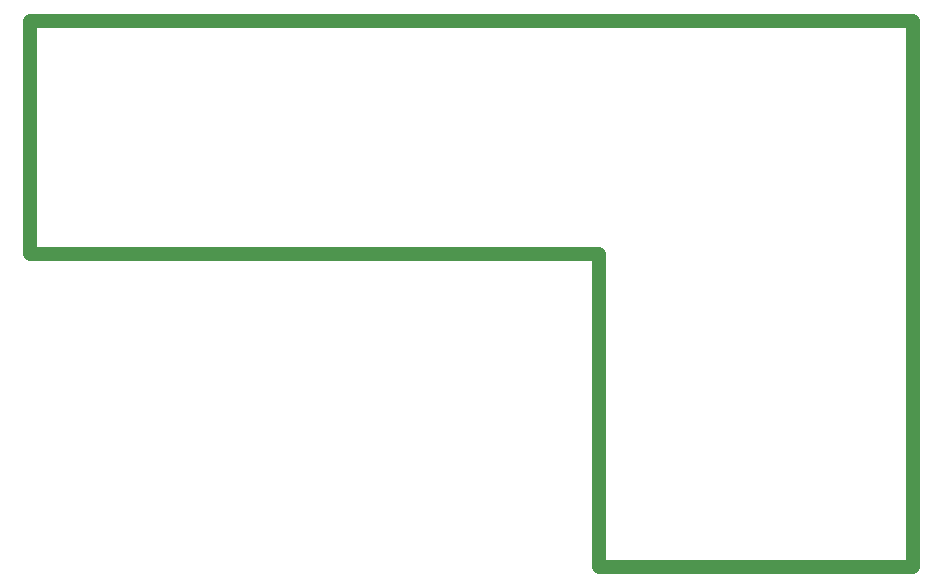
<source format=gko>
G04*
G04 #@! TF.GenerationSoftware,Altium Limited,Altium Designer,23.1.1 (15)*
G04*
G04 Layer_Color=16711935*
%FSLAX44Y44*%
%MOMM*%
G71*
G04*
G04 #@! TF.SameCoordinates,DA8C0BEE-71F1-460D-B415-3B7703EDD080*
G04*
G04*
G04 #@! TF.FilePolarity,Positive*
G04*
G01*
G75*
%ADD48C,1.2000*%
D48*
X254000Y1270000D02*
X1002000D01*
Y808000D02*
Y1270000D01*
X254000Y1074318D02*
Y1270000D01*
X736000Y808000D02*
X1002000D01*
X736000D02*
X737000D01*
X736000D02*
Y1073318D01*
X254000Y1073318D02*
X736000Y1073318D01*
M02*

</source>
